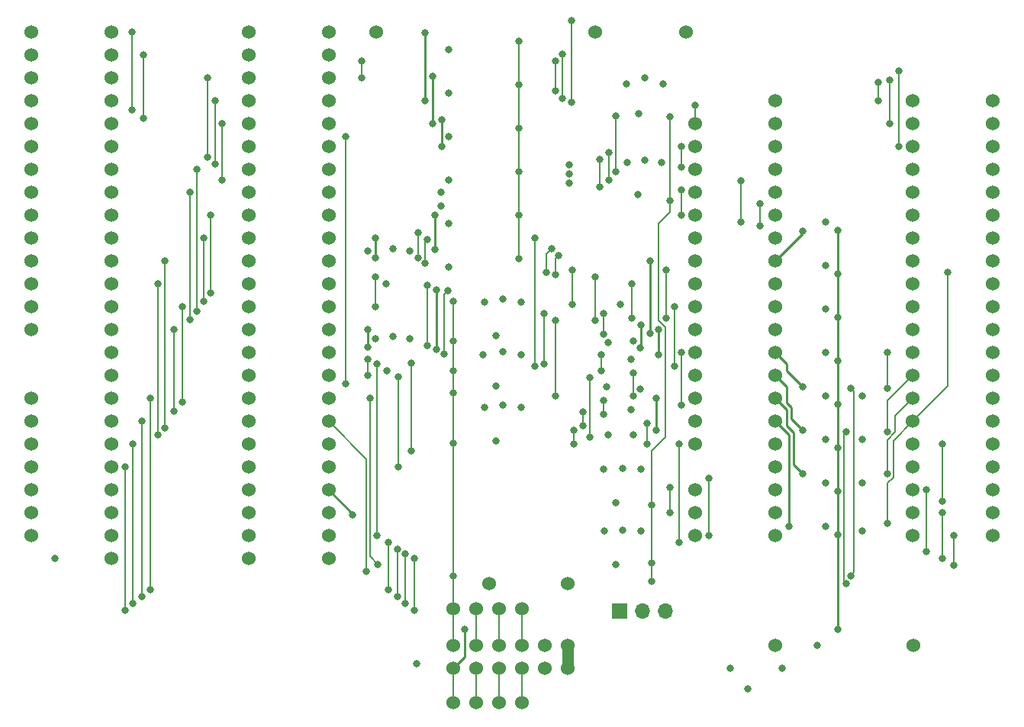
<source format=gbr>
%TF.GenerationSoftware,KiCad,Pcbnew,7.0.9*%
%TF.CreationDate,2024-08-31T17:15:55-06:00*%
%TF.ProjectId,Prototype1,50726f74-6f74-4797-9065-312e6b696361,rev?*%
%TF.SameCoordinates,Original*%
%TF.FileFunction,Copper,L4,Bot*%
%TF.FilePolarity,Positive*%
%FSLAX46Y46*%
G04 Gerber Fmt 4.6, Leading zero omitted, Abs format (unit mm)*
G04 Created by KiCad (PCBNEW 7.0.9) date 2024-08-31 17:15:55*
%MOMM*%
%LPD*%
G01*
G04 APERTURE LIST*
%TA.AperFunction,ComponentPad*%
%ADD10C,1.524000*%
%TD*%
%TA.AperFunction,ComponentPad*%
%ADD11R,1.700000X1.700000*%
%TD*%
%TA.AperFunction,ComponentPad*%
%ADD12O,1.700000X1.700000*%
%TD*%
%TA.AperFunction,ViaPad*%
%ADD13C,0.800000*%
%TD*%
%TA.AperFunction,Conductor*%
%ADD14C,0.200000*%
%TD*%
%TA.AperFunction,Conductor*%
%ADD15C,0.250000*%
%TD*%
%TA.AperFunction,Conductor*%
%ADD16C,1.270000*%
%TD*%
G04 APERTURE END LIST*
D10*
%TO.P,TP71,1,1*%
%TO.N,_A2*%
X138430000Y-73660000D03*
%TD*%
%TO.P,TP12,1,1*%
%TO.N,P3*%
X179070000Y-83820000D03*
%TD*%
%TO.P,TP93,1,1*%
%TO.N,Net-(J3-JA8)*%
X154813000Y-109728000D03*
%TD*%
%TO.P,TP65,1,1*%
%TO.N,_SOD*%
X138430000Y-88900000D03*
%TD*%
%TO.P,TP54,1,1*%
%TO.N,_~{K0}*%
X105410000Y-88900000D03*
%TD*%
%TO.P,TP51,1,1*%
%TO.N,_P0*%
X105410000Y-76200000D03*
%TD*%
%TO.P,TP68,1,1*%
%TO.N,_CS1*%
X138430000Y-81280000D03*
%TD*%
%TO.P,TP50,1,1*%
%TO.N,_P3*%
X105410000Y-73660000D03*
%TD*%
%TO.P,TP63,1,1*%
%TO.N,_BCLKI*%
X138430000Y-93980000D03*
%TD*%
%TO.P,TP84,1,1*%
%TO.N,GND*%
X143665000Y-45720000D03*
%TD*%
%TO.P,TP48,1,1*%
%TO.N,_P5*%
X105410000Y-68580000D03*
%TD*%
%TO.P,TP69,1,1*%
%TO.N,_R{slash}W*%
X138430000Y-78740000D03*
%TD*%
%TO.P,TP7,1,1*%
%TO.N,P6*%
X179070000Y-71120000D03*
%TD*%
%TO.P,TP66,1,1*%
%TO.N,_~{IRQ}*%
X138430000Y-86360000D03*
%TD*%
%TO.P,TP17,1,1*%
%TO.N,~{K4}*%
X179070000Y-99060000D03*
%TD*%
%TO.P,TP42,1,1*%
%TO.N,_D6*%
X105410000Y-53340000D03*
%TD*%
D11*
%TO.P,J1,1,Pin_1*%
%TO.N,3V3_A*%
X170688000Y-109982000D03*
D12*
%TO.P,J1,2,Pin_2*%
%TO.N,+3.3V*%
X173228000Y-109982000D03*
%TO.P,J1,3,Pin_3*%
%TO.N,3V3_B*%
X175768000Y-109982000D03*
%TD*%
D10*
%TO.P,TP31,1,1*%
%TO.N,SOD*%
X212090000Y-83820000D03*
%TD*%
%TO.P,TP82,1,1*%
%TO.N,_D2*%
X138430000Y-45720000D03*
%TD*%
%TO.P,TP43,1,1*%
%TO.N,_D7*%
X105410000Y-55880000D03*
%TD*%
%TO.P,TP74,1,1*%
%TO.N,_AUDIO5*%
X138430000Y-66040000D03*
%TD*%
%TO.P,TP5,1,1*%
%TO.N,D7*%
X179070000Y-66040000D03*
%TD*%
%TO.P,TP87,1,1*%
%TO.N,+5V*%
X178054000Y-45720000D03*
%TD*%
%TO.P,TP21,1,1*%
%TO.N,D0*%
X212090000Y-58420000D03*
%TD*%
%TO.P,TP11,1,1*%
%TO.N,P2*%
X179070000Y-81280000D03*
%TD*%
%TO.P,TP15,1,1*%
%TO.N,~{KR2}*%
X179070000Y-91440000D03*
%TD*%
%TO.P,TP16,1,1*%
%TO.N,~{K5}*%
X179070000Y-96520000D03*
%TD*%
%TO.P,TP10,1,1*%
%TO.N,P5*%
X179070000Y-78740000D03*
%TD*%
%TO.P,TP4,1,1*%
%TO.N,D6*%
X179070000Y-63500000D03*
%TD*%
%TO.P,TP58,1,1*%
%TO.N,_~{K4}*%
X105410000Y-99060000D03*
%TD*%
%TO.P,TP1,1,1*%
%TO.N,D3*%
X179070000Y-55880000D03*
%TD*%
%TO.P,TP27,1,1*%
%TO.N,R{slash}W*%
X212090000Y-73660000D03*
%TD*%
%TO.P,TP24,1,1*%
%TO.N,A1*%
X212090000Y-66040000D03*
%TD*%
%TO.P,TP70,1,1*%
%TO.N,_A3*%
X138430000Y-76200000D03*
%TD*%
%TO.P,TP86,1,1*%
%TO.N,GND*%
X203327000Y-113792000D03*
%TD*%
%TO.P,TP92,1,1*%
%TO.N,Net-(J3-JA9)*%
X157353000Y-109728000D03*
%TD*%
%TO.P,TP9,1,1*%
%TO.N,P4*%
X179070000Y-76200000D03*
%TD*%
%TO.P,TP14,1,1*%
%TO.N,P1*%
X179070000Y-88900000D03*
%TD*%
%TO.P,TP20,1,1*%
%TO.N,D1*%
X212090000Y-55880000D03*
%TD*%
%TO.P,TP40,1,1*%
%TO.N,_D4*%
X105410000Y-48260000D03*
%TD*%
%TO.P,TP33,1,1*%
%TO.N,BCLK*%
X212090000Y-88900000D03*
%TD*%
%TO.P,TP46,1,1*%
%TO.N,_P7*%
X105410000Y-63500000D03*
%TD*%
%TO.P,TP36,1,1*%
%TO.N,~{K0}*%
X212090000Y-96520000D03*
%TD*%
%TO.P,TP56,1,1*%
%TO.N,_~{K2}*%
X105410000Y-93980000D03*
%TD*%
%TO.P,TP53,1,1*%
%TO.N,_~{KR2}*%
X105410000Y-86360000D03*
%TD*%
%TO.P,TP59,1,1*%
%TO.N,_~{K5}*%
X105410000Y-101600000D03*
%TD*%
%TO.P,TP18,1,1*%
%TO.N,~{K3}*%
X179070000Y-101600000D03*
%TD*%
%TO.P,TP8,1,1*%
%TO.N,P7*%
X179070000Y-73660000D03*
%TD*%
%TO.P,TP28,1,1*%
%TO.N,CS1*%
X212090000Y-76200000D03*
%TD*%
%TO.P,TP23,1,1*%
%TO.N,A0*%
X212090000Y-63500000D03*
%TD*%
%TO.P,TP49,1,1*%
%TO.N,_P2*%
X105410000Y-71120000D03*
%TD*%
%TO.P,TP19,1,1*%
%TO.N,D2*%
X212090000Y-53340000D03*
%TD*%
%TO.P,TP83,1,1*%
%TO.N,GND*%
X138430000Y-104140000D03*
%TD*%
%TO.P,TP60,1,1*%
%TO.N,_SID*%
X138430000Y-101600000D03*
%TD*%
%TO.P,TP41,1,1*%
%TO.N,_D5*%
X105410000Y-50800000D03*
%TD*%
%TO.P,TP55,1,1*%
%TO.N,_~{K1}*%
X105410000Y-91440000D03*
%TD*%
%TO.P,TP39,1,1*%
%TO.N,_D3*%
X105410000Y-45720000D03*
%TD*%
%TO.P,TP61,1,1*%
%TO.N,_~{KR1}*%
X138430000Y-99060000D03*
%TD*%
%TO.P,TP26,1,1*%
%TO.N,A3*%
X212090000Y-71120000D03*
%TD*%
%TO.P,TP30,1,1*%
%TO.N,~{IRQ}*%
X212090000Y-81280000D03*
%TD*%
%TO.P,TP90,1,1*%
%TO.N,+3.3V*%
X164973000Y-106934000D03*
%TD*%
%TO.P,TP72,1,1*%
%TO.N,_A1*%
X138430000Y-71120000D03*
%TD*%
%TO.P,TP98,1,1*%
%TO.N,OE*%
X152273000Y-109728000D03*
%TD*%
%TO.P,TP95,1,1*%
%TO.N,Net-(J3-JA3)*%
X157353000Y-120142000D03*
%TD*%
%TO.P,TP62,1,1*%
%TO.N,_BCLKO*%
X138430000Y-96520000D03*
%TD*%
%TO.P,TP29,1,1*%
%TO.N,~{CS0}*%
X212090000Y-78740000D03*
%TD*%
%TO.P,TP3,1,1*%
%TO.N,D5*%
X179070000Y-60960000D03*
%TD*%
%TO.P,TP2,1,1*%
%TO.N,D4*%
X179070000Y-58420000D03*
%TD*%
%TO.P,TP76,1,1*%
%TO.N,_AUDIO3*%
X138430000Y-60960000D03*
%TD*%
%TO.P,TP94,1,1*%
%TO.N,Net-(J3-JA2)*%
X154813000Y-120142000D03*
%TD*%
%TO.P,TP91,1,1*%
%TO.N,Net-(J3-JA10)*%
X159893000Y-109728000D03*
%TD*%
%TO.P,TP37,1,1*%
%TO.N,~{K1}*%
X212090000Y-99060000D03*
%TD*%
%TO.P,TP47,1,1*%
%TO.N,_P4*%
X105410000Y-66040000D03*
%TD*%
%TO.P,J4,1,GND*%
%TO.N,GND*%
X187960000Y-53340000D03*
%TO.P,J4,2,D3*%
%TO.N,D3*%
X187960000Y-55880000D03*
%TO.P,J4,3,D4*%
%TO.N,D4*%
X187960000Y-58420000D03*
%TO.P,J4,4,D5*%
%TO.N,D5*%
X187960000Y-60960000D03*
%TO.P,J4,5,D6*%
%TO.N,D6*%
X187960000Y-63500000D03*
%TO.P,J4,6,D7*%
%TO.N,D7*%
X187960000Y-66040000D03*
%TO.P,J4,7,PHI2*%
%TO.N,PHI2*%
X187960000Y-68580000D03*
%TO.P,J4,8,P6*%
%TO.N,P6*%
X187960000Y-71120000D03*
%TO.P,J4,9,P7*%
%TO.N,P7*%
X187960000Y-73660000D03*
%TO.P,J4,10,P4*%
%TO.N,P4*%
X187960000Y-76200000D03*
%TO.P,J4,11,P5*%
%TO.N,P5*%
X187960000Y-78740000D03*
%TO.P,J4,12,P2*%
%TO.N,P2*%
X187960000Y-81280000D03*
%TO.P,J4,13,P3*%
%TO.N,P3*%
X187960000Y-83820000D03*
%TO.P,J4,14,P0*%
%TO.N,P0*%
X187960000Y-86360000D03*
%TO.P,J4,15,P1*%
%TO.N,P1*%
X187960000Y-88900000D03*
%TO.P,J4,16,~{KR2}*%
%TO.N,~{KR2}*%
X187960000Y-91440000D03*
%TO.P,J4,17,+5V*%
%TO.N,+5V*%
X187960000Y-93980000D03*
%TO.P,J4,18,~{K5}*%
%TO.N,~{K5}*%
X187960000Y-96520000D03*
%TO.P,J4,19,~{K4}*%
%TO.N,~{K4}*%
X187960000Y-99060000D03*
%TO.P,J4,20,~{K3}*%
%TO.N,~{K3}*%
X187960000Y-101600000D03*
%TO.P,J4,21,~{K2}*%
%TO.N,~{K2}*%
X203200000Y-101600000D03*
%TO.P,J4,22,~{K1}*%
%TO.N,~{K1}*%
X203200000Y-99060000D03*
%TO.P,J4,23,~{K0}*%
%TO.N,~{K0}*%
X203200000Y-96520000D03*
%TO.P,J4,24,SID*%
%TO.N,SID*%
X203200000Y-93980000D03*
%TO.P,J4,25,~{KR1}*%
%TO.N,~{KR1}*%
X203200000Y-91440000D03*
%TO.P,J4,26,BCLK*%
%TO.N,BCLK*%
X203200000Y-88900000D03*
%TO.P,J4,27,OCLK*%
%TO.N,OCLK*%
X203200000Y-86360000D03*
%TO.P,J4,28,SOD*%
%TO.N,SOD*%
X203200000Y-83820000D03*
%TO.P,J4,29,~{IRQ}*%
%TO.N,~{IRQ}*%
X203200000Y-81280000D03*
%TO.P,J4,30,~{CS0}*%
%TO.N,~{CS0}*%
X203200000Y-78740000D03*
%TO.P,J4,31,CS1*%
%TO.N,CS1*%
X203200000Y-76200000D03*
%TO.P,J4,32,R/W*%
%TO.N,R{slash}W*%
X203200000Y-73660000D03*
%TO.P,J4,33,A3*%
%TO.N,A3*%
X203200000Y-71120000D03*
%TO.P,J4,34,A2*%
%TO.N,A2*%
X203200000Y-68580000D03*
%TO.P,J4,35,A1*%
%TO.N,A1*%
X203200000Y-66040000D03*
%TO.P,J4,36,A0*%
%TO.N,A0*%
X203200000Y-63500000D03*
%TO.P,J4,37,AUDIO*%
%TO.N,AUDIO*%
X203200000Y-60960000D03*
%TO.P,J4,38,D0*%
%TO.N,D0*%
X203200000Y-58420000D03*
%TO.P,J4,39,D1*%
%TO.N,D1*%
X203200000Y-55880000D03*
%TO.P,J4,40,D2*%
%TO.N,D2*%
X203200000Y-53340000D03*
%TD*%
%TO.P,TP38,1,1*%
%TO.N,~{K2}*%
X212090000Y-101600000D03*
%TD*%
%TO.P,TP79,1,1*%
%TO.N,_AUDIO0*%
X138430000Y-53340000D03*
%TD*%
%TO.P,TP78,1,1*%
%TO.N,_AUDIO1*%
X138430000Y-55880000D03*
%TD*%
%TO.P,TP80,1,1*%
%TO.N,_D0*%
X138430000Y-50800000D03*
%TD*%
%TO.P,J3,1,JA1*%
%TO.N,_DUMP*%
X152273000Y-116332000D03*
%TO.P,J3,2,JA2*%
%TO.N,Net-(J3-JA2)*%
X154813000Y-116332000D03*
%TO.P,J3,3,JA3*%
%TO.N,Net-(J3-JA3)*%
X157353000Y-116332000D03*
%TO.P,J3,4,JA4*%
%TO.N,Net-(J3-JA4)*%
X159893000Y-116332000D03*
%TO.P,J3,5,G*%
%TO.N,GND*%
X162433000Y-116332000D03*
%TO.P,J3,6,V*%
%TO.N,3V3_A*%
X164973000Y-116332000D03*
%TO.P,J3,7,JA7*%
%TO.N,OE*%
X152273000Y-113792000D03*
%TO.P,J3,8,JA8*%
%TO.N,Net-(J3-JA8)*%
X154813000Y-113792000D03*
%TO.P,J3,9,JA9*%
%TO.N,Net-(J3-JA9)*%
X157353000Y-113792000D03*
%TO.P,J3,10,JA10*%
%TO.N,Net-(J3-JA10)*%
X159893000Y-113792000D03*
%TO.P,J3,11,G*%
%TO.N,GND*%
X162433000Y-113792000D03*
%TO.P,J3,12,V*%
%TO.N,3V3_A*%
X164973000Y-113792000D03*
%TD*%
%TO.P,TP75,1,1*%
%TO.N,_AUDIO4*%
X138430000Y-63500000D03*
%TD*%
%TO.P,TP57,1,1*%
%TO.N,_~{K3}*%
X105410000Y-96520000D03*
%TD*%
%TO.P,TP35,1,1*%
%TO.N,SID*%
X212090000Y-93980000D03*
%TD*%
%TO.P,TP77,1,1*%
%TO.N,_AUDIO2*%
X138430000Y-58420000D03*
%TD*%
%TO.P,TP25,1,1*%
%TO.N,A2*%
X212090000Y-68580000D03*
%TD*%
%TO.P,TP88,1,1*%
%TO.N,+5V*%
X187960000Y-113792000D03*
%TD*%
%TO.P,TP34,1,1*%
%TO.N,~{KR1}*%
X212090000Y-91440000D03*
%TD*%
%TO.P,TP73,1,1*%
%TO.N,_A0*%
X138430000Y-68580000D03*
%TD*%
%TO.P,TP85,1,1*%
%TO.N,GND*%
X156210000Y-106934000D03*
%TD*%
%TO.P,TP97,1,1*%
%TO.N,_DUMP*%
X152273000Y-120142000D03*
%TD*%
%TO.P,TP22,1,1*%
%TO.N,AUDIO*%
X212090000Y-60960000D03*
%TD*%
%TO.P,J2,1,PIO01*%
%TO.N,_D3*%
X114300000Y-45720000D03*
%TO.P,J2,2,PIO02*%
%TO.N,_D4*%
X114300000Y-48260000D03*
%TO.P,J2,3,PIO03*%
%TO.N,_D5*%
X114300000Y-50800000D03*
%TO.P,J2,4,PIO04*%
%TO.N,_D6*%
X114300000Y-53340000D03*
%TO.P,J2,5,PIO05*%
%TO.N,_D7*%
X114300000Y-55880000D03*
%TO.P,J2,6,PIO06*%
%TO.N,_PHI2*%
X114300000Y-58420000D03*
%TO.P,J2,7,PIO07*%
%TO.N,_P6*%
X114300000Y-60960000D03*
%TO.P,J2,8,PIO08*%
%TO.N,_P7*%
X114300000Y-63500000D03*
%TO.P,J2,9,PIO09*%
%TO.N,_P4*%
X114300000Y-66040000D03*
%TO.P,J2,10,PIO10*%
%TO.N,_P5*%
X114300000Y-68580000D03*
%TO.P,J2,11,PIO11*%
%TO.N,_P2*%
X114300000Y-71120000D03*
%TO.P,J2,12,PIO12*%
%TO.N,_P3*%
X114300000Y-73660000D03*
%TO.P,J2,13,PIO13*%
%TO.N,_P0*%
X114300000Y-76200000D03*
%TO.P,J2,14,PIO14*%
%TO.N,_P1*%
X114300000Y-78740000D03*
%TO.P,J2,15,AIN15*%
%TO.N,unconnected-(J2-AIN15-Pad15)*%
X114300000Y-81280000D03*
%TO.P,J2,16,AIN16*%
%TO.N,unconnected-(J2-AIN16-Pad16)*%
X114300000Y-83820000D03*
%TO.P,J2,17,PIO17*%
%TO.N,_~{KR2}*%
X114300000Y-86360000D03*
%TO.P,J2,18,PIO18*%
%TO.N,_~{K0}*%
X114300000Y-88900000D03*
%TO.P,J2,19,PIO19*%
%TO.N,_~{K1}*%
X114300000Y-91440000D03*
%TO.P,J2,20,PIO20*%
%TO.N,_~{K2}*%
X114300000Y-93980000D03*
%TO.P,J2,21,PIO21*%
%TO.N,_~{K3}*%
X114300000Y-96520000D03*
%TO.P,J2,22,PIO22*%
%TO.N,_~{K4}*%
X114300000Y-99060000D03*
%TO.P,J2,23,PIO23*%
%TO.N,_~{K5}*%
X114300000Y-101600000D03*
%TO.P,J2,24,VU*%
%TO.N,+5V*%
X114300000Y-104140000D03*
%TO.P,J2,25,GND*%
%TO.N,GND*%
X129540000Y-104140000D03*
%TO.P,J2,26,PIO26*%
%TO.N,_SID*%
X129540000Y-101600000D03*
%TO.P,J2,27,PIO27*%
%TO.N,_~{KR1}*%
X129540000Y-99060000D03*
%TO.P,J2,28,PIO28*%
%TO.N,_BCLKO*%
X129540000Y-96520000D03*
%TO.P,J2,29,PIO29*%
%TO.N,_BCLKI*%
X129540000Y-93980000D03*
%TO.P,J2,30,PIO30*%
%TO.N,_OCLK*%
X129540000Y-91440000D03*
%TO.P,J2,31,PIO31*%
%TO.N,_SOD*%
X129540000Y-88900000D03*
%TO.P,J2,32,PIO32*%
%TO.N,_~{IRQ}*%
X129540000Y-86360000D03*
%TO.P,J2,33,PIO33*%
%TO.N,_~{CS0}*%
X129540000Y-83820000D03*
%TO.P,J2,34,PIO34*%
%TO.N,_CS1*%
X129540000Y-81280000D03*
%TO.P,J2,35,PIO35*%
%TO.N,_R{slash}W*%
X129540000Y-78740000D03*
%TO.P,J2,36,PIO36*%
%TO.N,_A3*%
X129540000Y-76200000D03*
%TO.P,J2,37,PIO37*%
%TO.N,_A2*%
X129540000Y-73660000D03*
%TO.P,J2,38,PIO38*%
%TO.N,_A1*%
X129540000Y-71120000D03*
%TO.P,J2,39,PIO39*%
%TO.N,_A0*%
X129540000Y-68580000D03*
%TO.P,J2,40,PIO40*%
%TO.N,_AUDIO5*%
X129540000Y-66040000D03*
%TO.P,J2,41,PIO41*%
%TO.N,_AUDIO4*%
X129540000Y-63500000D03*
%TO.P,J2,42,PIO42*%
%TO.N,_AUDIO3*%
X129540000Y-60960000D03*
%TO.P,J2,43,PIO43*%
%TO.N,_AUDIO2*%
X129540000Y-58420000D03*
%TO.P,J2,44,PIO44*%
%TO.N,_AUDIO1*%
X129540000Y-55880000D03*
%TO.P,J2,45,PIO45*%
%TO.N,_AUDIO0*%
X129540000Y-53340000D03*
%TO.P,J2,46,PIO46*%
%TO.N,_D0*%
X129540000Y-50800000D03*
%TO.P,J2,47,PIO47*%
%TO.N,_D1*%
X129540000Y-48260000D03*
%TO.P,J2,48,PIO48*%
%TO.N,_D2*%
X129540000Y-45720000D03*
%TD*%
%TO.P,TP52,1,1*%
%TO.N,_P1*%
X105410000Y-78740000D03*
%TD*%
%TO.P,TP64,1,1*%
%TO.N,_OCLK*%
X138430000Y-91440000D03*
%TD*%
%TO.P,TP81,1,1*%
%TO.N,_D1*%
X138430000Y-48260000D03*
%TD*%
%TO.P,TP89,1,1*%
%TO.N,+3.3V*%
X168021000Y-45720000D03*
%TD*%
%TO.P,TP96,1,1*%
%TO.N,Net-(J3-JA4)*%
X159893000Y-120142000D03*
%TD*%
%TO.P,TP13,1,1*%
%TO.N,P0*%
X179070000Y-86360000D03*
%TD*%
%TO.P,TP67,1,1*%
%TO.N,_~{CS0}*%
X138430000Y-83820000D03*
%TD*%
%TO.P,TP6,1,1*%
%TO.N,PHI2*%
X179070000Y-68580000D03*
%TD*%
%TO.P,TP44,1,1*%
%TO.N,_PHI2*%
X105410000Y-58420000D03*
%TD*%
%TO.P,TP45,1,1*%
%TO.N,_P6*%
X105410000Y-60960000D03*
%TD*%
%TO.P,TP32,1,1*%
%TO.N,OCLK*%
X212090000Y-86360000D03*
%TD*%
D13*
%TO.N,+3.3V*%
X155702000Y-75692000D03*
X165100000Y-61468000D03*
X171577000Y-60198000D03*
X155575000Y-81534000D03*
X165100000Y-60452000D03*
X155702000Y-87376000D03*
X171450000Y-51435000D03*
X165100000Y-62484000D03*
X168910000Y-94234000D03*
X143637000Y-79756000D03*
X142748000Y-69977000D03*
X169037000Y-101092000D03*
%TO.N,GND*%
X172847000Y-54737000D03*
X171958000Y-87630000D03*
X173482000Y-50800000D03*
X197612000Y-86106000D03*
X151765000Y-47625000D03*
X156972000Y-79375000D03*
X172720000Y-63754000D03*
X197623000Y-90943000D03*
X108077000Y-104140000D03*
X188722000Y-116332000D03*
X171069000Y-94107000D03*
X193548000Y-81280000D03*
X193548000Y-90932000D03*
X197612000Y-101092000D03*
X193548000Y-100584000D03*
X157734000Y-75311000D03*
X192659000Y-113792000D03*
X170815000Y-75946000D03*
X148209000Y-115824000D03*
X170307000Y-104775000D03*
X151765000Y-66929000D03*
X157734000Y-87122000D03*
X170307000Y-97917000D03*
X171069000Y-100965000D03*
X151765000Y-57277000D03*
X151765000Y-71755000D03*
X144780000Y-73660000D03*
X145542000Y-79502000D03*
X172974000Y-85344000D03*
X171958000Y-82042000D03*
X151765000Y-62103000D03*
X145542000Y-69723000D03*
X173482000Y-59944000D03*
X193548000Y-86106000D03*
X144907000Y-83312000D03*
X197612000Y-95758000D03*
X156972000Y-91059000D03*
X157734000Y-81153000D03*
X172212000Y-90424000D03*
X193548000Y-71628000D03*
X151765000Y-52451000D03*
X172212000Y-80010000D03*
X184912000Y-118618000D03*
X193548000Y-66802000D03*
X193548000Y-76454000D03*
X156972000Y-84963000D03*
X193548000Y-95758000D03*
%TO.N,+5V*%
X173101000Y-94234000D03*
X175514000Y-51435000D03*
X169418000Y-90424000D03*
X169291000Y-85090000D03*
X173101000Y-101092000D03*
X159766000Y-75692000D03*
X159766000Y-81534000D03*
X159766000Y-87376000D03*
X169418000Y-80137000D03*
X147447000Y-69977000D03*
X175387000Y-60198000D03*
X147447000Y-79756000D03*
%TO.N,D3*%
X179070000Y-53848000D03*
%TO.N,D4*%
X177546000Y-60706000D03*
X177546000Y-58420000D03*
%TO.N,D7*%
X177546000Y-63246000D03*
X177546000Y-66040000D03*
%TO.N,PHI2*%
X161290000Y-82804000D03*
X161290000Y-68580000D03*
%TO.N,P6*%
X174117000Y-79121000D03*
X174117000Y-71120000D03*
X191008000Y-67818000D03*
%TO.N,P7*%
X172085000Y-73660000D03*
X172085000Y-77470000D03*
%TO.N,P4*%
X176784000Y-76200000D03*
X176784000Y-82804000D03*
%TO.N,P5*%
X175006000Y-78740000D03*
X168656000Y-81534000D03*
X175006000Y-81534000D03*
X168656000Y-83312000D03*
%TO.N,P2*%
X168910000Y-86614000D03*
X177546000Y-87122000D03*
X191008000Y-85090000D03*
X177546000Y-81280000D03*
X168910000Y-88138000D03*
%TO.N,P3*%
X191008000Y-89916000D03*
%TO.N,P0*%
X191008000Y-94742000D03*
X174752000Y-89916000D03*
X174752000Y-86360000D03*
%TO.N,P1*%
X189484000Y-100584000D03*
%TO.N,~{KR2}*%
X177292000Y-102362000D03*
X177292000Y-91440000D03*
%TO.N,~{K4}*%
X176276000Y-99060000D03*
X176276000Y-96266000D03*
%TO.N,~{K3}*%
X180594000Y-95250000D03*
X180594000Y-101600000D03*
%TO.N,~{K2}*%
X207772000Y-101600000D03*
X207772000Y-104902000D03*
%TO.N,~{K1}*%
X206502000Y-104140000D03*
X206502000Y-99060000D03*
%TO.N,~{K0}*%
X204724000Y-103378000D03*
X204724000Y-96520000D03*
%TO.N,SID*%
X147574000Y-92202000D03*
X147574000Y-82423000D03*
%TO.N,~{KR1}*%
X206502000Y-91440000D03*
X206502000Y-97790000D03*
%TO.N,BCLK*%
X200406000Y-100203000D03*
X168021000Y-72898000D03*
X207137000Y-72390000D03*
X168021000Y-77724000D03*
%TO.N,OCLK*%
X200406000Y-94742000D03*
%TO.N,SOD*%
X200406000Y-90043000D03*
%TO.N,~{IRQ}*%
X200406000Y-81280000D03*
X200406000Y-85217000D03*
%TO.N,~{CS0}*%
X151638000Y-74422000D03*
X151257000Y-81407000D03*
X175895000Y-72136000D03*
X175895000Y-77470000D03*
X165481000Y-75946000D03*
X165481000Y-72136000D03*
%TO.N,CS1*%
X150368000Y-74295000D03*
X150368000Y-80899000D03*
%TO.N,R{slash}W*%
X149352000Y-80518000D03*
X149352000Y-73787000D03*
%TO.N,A3*%
X163576000Y-72644000D03*
X163957000Y-70485000D03*
%TO.N,A2*%
X162560000Y-72390000D03*
X163195000Y-69723000D03*
%TO.N,A1*%
X149098000Y-71374000D03*
X186309000Y-67183000D03*
X186309000Y-64770000D03*
X149352000Y-68707000D03*
%TO.N,A0*%
X184150000Y-66802000D03*
X184150000Y-62230000D03*
X148336000Y-70739000D03*
X148336000Y-67945000D03*
%TO.N,AUDIO*%
X159512000Y-46736000D03*
X159512000Y-51562000D03*
X159512000Y-66040000D03*
X159512000Y-61214000D03*
X159512000Y-70866000D03*
X159512000Y-56388000D03*
%TO.N,D0*%
X201676000Y-50038000D03*
X201676000Y-58420000D03*
%TO.N,D1*%
X200660000Y-55880000D03*
X200660000Y-51054000D03*
%TO.N,D2*%
X199390000Y-53340000D03*
X199390000Y-51308000D03*
%TO.N,_D3*%
X116586000Y-54356000D03*
X116586000Y-45720000D03*
%TO.N,_D4*%
X117856000Y-48260000D03*
X170307000Y-54991000D03*
X117856000Y-55245000D03*
X170307000Y-61214000D03*
%TO.N,_D5*%
X169545000Y-62103000D03*
X124968000Y-59563000D03*
X124968000Y-50800000D03*
X169545000Y-59055000D03*
%TO.N,_D6*%
X168529000Y-62865000D03*
X125857000Y-53340000D03*
X125857000Y-60325000D03*
X168529000Y-59817000D03*
%TO.N,_D7*%
X126619000Y-62103000D03*
X126619000Y-55880000D03*
%TO.N,_PHI2*%
X140335000Y-84709000D03*
X140335000Y-57277000D03*
%TO.N,_P6*%
X123825000Y-76708000D03*
X123825000Y-60960000D03*
%TO.N,_P7*%
X123063000Y-77597000D03*
X123063000Y-63500000D03*
%TO.N,_P4*%
X125349000Y-66040000D03*
X125349000Y-74676000D03*
%TO.N,_P5*%
X124587000Y-68580000D03*
X124587000Y-75565000D03*
%TO.N,_P2*%
X120269000Y-89662000D03*
X120269000Y-71120000D03*
%TO.N,_P3*%
X119507000Y-73660000D03*
X119507000Y-90424000D03*
%TO.N,_P0*%
X122174000Y-86741000D03*
X122174000Y-76200000D03*
%TO.N,_P1*%
X121285000Y-87757000D03*
X121285000Y-78740000D03*
%TO.N,_~{KR2}*%
X118618000Y-86360000D03*
X145034000Y-107569000D03*
X145034000Y-102362000D03*
X118618000Y-107569000D03*
%TO.N,_~{K0}*%
X146050000Y-108331000D03*
X117729000Y-88900000D03*
X117729000Y-108331000D03*
X146050000Y-103124000D03*
%TO.N,_~{K1}*%
X146939000Y-103632000D03*
X146939000Y-109093000D03*
X116713000Y-109093000D03*
X116713000Y-91440000D03*
%TO.N,_~{K2}*%
X115824000Y-93980000D03*
X147955000Y-104140000D03*
X147955000Y-109855000D03*
X115824000Y-109855000D03*
%TO.N,_SID*%
X143764000Y-101600000D03*
X143764000Y-82550000D03*
%TO.N,_BCLKO*%
X141097000Y-99314000D03*
%TO.N,_BCLKI*%
X146177000Y-93980000D03*
X146177000Y-83947000D03*
%TO.N,_SOD*%
X195834000Y-106934000D03*
X195834000Y-90043000D03*
X142621000Y-105537000D03*
%TO.N,_~{IRQ}*%
X143891000Y-104775000D03*
X143002000Y-86360000D03*
X196342000Y-106045000D03*
X196342000Y-85217000D03*
%TO.N,_~{CS0}*%
X142748000Y-82042000D03*
X142748000Y-83820000D03*
%TO.N,_R{slash}W*%
X142748000Y-80645000D03*
X142748000Y-78740000D03*
%TO.N,_A3*%
X143637000Y-72898000D03*
X143637000Y-76200000D03*
%TO.N,_A0*%
X143637000Y-68580000D03*
X143637000Y-70739000D03*
%TO.N,_AUDIO5*%
X150241000Y-66040000D03*
X150241000Y-69850000D03*
%TO.N,_AUDIO4*%
X150876000Y-65024000D03*
X150876000Y-63500000D03*
%TO.N,_AUDIO2*%
X151003000Y-55438000D03*
X151003000Y-58420000D03*
%TO.N,_AUDIO1*%
X149987000Y-50612000D03*
X149987000Y-55880000D03*
%TO.N,_AUDIO0*%
X149098000Y-45786000D03*
X149098000Y-53340000D03*
%TO.N,_D0*%
X142113000Y-48895000D03*
X163576000Y-52197000D03*
X163576000Y-48895000D03*
X142113000Y-50800000D03*
%TO.N,_D1*%
X164338000Y-53086000D03*
X164338000Y-48133000D03*
%TO.N,_D2*%
X165354000Y-53467000D03*
X165354000Y-44450000D03*
%TO.N,_DUMP*%
X194945000Y-112014000D03*
X194945000Y-101473000D03*
X194945000Y-82169000D03*
X194945000Y-96647000D03*
X194945000Y-72517000D03*
X194945000Y-91821000D03*
X194945000Y-77343000D03*
X194945000Y-67691000D03*
X153543000Y-112014000D03*
X194945000Y-86995000D03*
%TO.N,OE*%
X152273000Y-91313000D03*
X152273000Y-106045000D03*
X174244000Y-104648000D03*
X174244000Y-98171000D03*
X152273000Y-80010000D03*
X174244000Y-106680000D03*
X176276000Y-55118000D03*
X176276000Y-64389000D03*
X152273000Y-85725000D03*
X152273000Y-75565000D03*
X152273000Y-83312000D03*
%TO.N,Net-(U8-B3)*%
X167386000Y-84074000D03*
X167386000Y-90678000D03*
%TO.N,Net-(U7-3Y)*%
X173736000Y-91440000D03*
X165608000Y-91440000D03*
X165608000Y-89916000D03*
X173736000Y-89154000D03*
%TO.N,Net-(U7-2Y)*%
X166624000Y-89408000D03*
X166624000Y-87884000D03*
%TO.N,Net-(U10-B3)*%
X168910000Y-76962000D03*
X168910000Y-79248000D03*
%TO.N,Net-(U10-B1)*%
X163576000Y-77724000D03*
X163576000Y-86106000D03*
X172212000Y-86106000D03*
X172212000Y-83566000D03*
%TO.N,Net-(U10-B0)*%
X162306000Y-76962000D03*
X162306000Y-82550000D03*
%TO.N,Net-(U11-3Y)*%
X172974000Y-80772000D03*
X173101000Y-78232000D03*
%TO.N,3V3_B*%
X183007000Y-116332000D03*
%TD*%
D14*
%TO.N,D3*%
X179070000Y-53848000D02*
X179070000Y-55880000D01*
%TO.N,D4*%
X177546000Y-60706000D02*
X177546000Y-58420000D01*
%TO.N,D7*%
X177546000Y-63246000D02*
X177546000Y-66040000D01*
%TO.N,PHI2*%
X161290000Y-82804000D02*
X161290000Y-68580000D01*
D15*
%TO.N,P6*%
X191008000Y-68072000D02*
X187960000Y-71120000D01*
X174117000Y-79121000D02*
X174117000Y-71120000D01*
D14*
%TO.N,P7*%
X172085000Y-77470000D02*
X172085000Y-73660000D01*
%TO.N,P4*%
X176784000Y-82804000D02*
X176784000Y-76200000D01*
D15*
%TO.N,P5*%
X175006000Y-78740000D02*
X175006000Y-81534000D01*
D14*
X168656000Y-83312000D02*
X168656000Y-81534000D01*
D15*
%TO.N,P2*%
X189230000Y-83312000D02*
X189230000Y-82550000D01*
X189230000Y-82550000D02*
X187960000Y-81280000D01*
D14*
X177546000Y-87122000D02*
X177546000Y-81280000D01*
D15*
X191008000Y-85090000D02*
X189230000Y-83312000D01*
D14*
X168910000Y-88138000D02*
X168910000Y-86614000D01*
D15*
%TO.N,P3*%
X189738000Y-88646000D02*
X189738000Y-87376000D01*
X189738000Y-87376000D02*
X189230000Y-86868000D01*
X189230000Y-86868000D02*
X189230000Y-85090000D01*
X189230000Y-85090000D02*
X187960000Y-83820000D01*
X191008000Y-89916000D02*
X189738000Y-88646000D01*
%TO.N,P0*%
X189230000Y-89408000D02*
X189230000Y-87630000D01*
X191008000Y-94742000D02*
X189992000Y-93726000D01*
X189992000Y-93726000D02*
X189992000Y-90170000D01*
X189230000Y-87630000D02*
X187960000Y-86360000D01*
X174752000Y-86360000D02*
X174752000Y-89916000D01*
X189992000Y-90170000D02*
X189230000Y-89408000D01*
%TO.N,P1*%
X189484000Y-100584000D02*
X189484000Y-90424000D01*
X189484000Y-90424000D02*
X187960000Y-88900000D01*
D14*
%TO.N,~{KR2}*%
X177292000Y-102362000D02*
X177292000Y-91440000D01*
%TO.N,~{K4}*%
X176276000Y-96266000D02*
X176276000Y-99060000D01*
%TO.N,~{K3}*%
X180594000Y-95250000D02*
X180594000Y-101600000D01*
%TO.N,~{K2}*%
X207772000Y-104902000D02*
X207772000Y-101600000D01*
%TO.N,~{K1}*%
X206502000Y-104140000D02*
X206502000Y-99060000D01*
%TO.N,~{K0}*%
X204724000Y-103378000D02*
X204724000Y-96520000D01*
%TO.N,SID*%
X147574000Y-82423000D02*
X147574000Y-92202000D01*
%TO.N,~{KR1}*%
X206502000Y-97790000D02*
X206502000Y-91440000D01*
%TO.N,BCLK*%
X207137000Y-72390000D02*
X207137000Y-84963000D01*
X168021000Y-77724000D02*
X168021000Y-72898000D01*
X200406000Y-95758000D02*
X201058400Y-95105600D01*
X201058400Y-91041600D02*
X203200000Y-88900000D01*
X201058400Y-95105600D02*
X201058400Y-91041600D01*
X207137000Y-84963000D02*
X203200000Y-88900000D01*
X200406000Y-100203000D02*
X200406000Y-95758000D01*
%TO.N,OCLK*%
X200406000Y-90965633D02*
X201295000Y-90076633D01*
X201295000Y-90076633D02*
X201295000Y-88265000D01*
X201295000Y-88265000D02*
X203200000Y-86360000D01*
X200406000Y-94742000D02*
X200406000Y-90965633D01*
%TO.N,SOD*%
X200406000Y-90043000D02*
X200406000Y-86614000D01*
X200406000Y-86614000D02*
X203200000Y-83820000D01*
%TO.N,~{IRQ}*%
X200406000Y-85217000D02*
X200406000Y-81280000D01*
%TO.N,~{CS0}*%
X175895000Y-77470000D02*
X175895000Y-77343000D01*
X151257000Y-74803000D02*
X151638000Y-74422000D01*
X151257000Y-81407000D02*
X151257000Y-74803000D01*
X165481000Y-75946000D02*
X165481000Y-72136000D01*
X175895000Y-77343000D02*
X175895000Y-72136000D01*
D15*
%TO.N,CS1*%
X150368000Y-74295000D02*
X150368000Y-80899000D01*
D14*
%TO.N,R{slash}W*%
X149352000Y-80518000D02*
X149352000Y-73787000D01*
%TO.N,A3*%
X163576000Y-70866000D02*
X163957000Y-70485000D01*
X163576000Y-72644000D02*
X163576000Y-70866000D01*
X163957000Y-70485000D02*
X164084000Y-70358000D01*
%TO.N,A2*%
X162560000Y-70358000D02*
X162560000Y-72390000D01*
X163195000Y-69723000D02*
X162560000Y-70358000D01*
%TO.N,A1*%
X149098000Y-68834000D02*
X149352000Y-68707000D01*
X186309000Y-67183000D02*
X186309000Y-64770000D01*
X149098000Y-71374000D02*
X149098000Y-68834000D01*
X149352000Y-68707000D02*
X149225000Y-68707000D01*
%TO.N,A0*%
X148336000Y-70739000D02*
X148336000Y-67945000D01*
X184150000Y-62230000D02*
X184150000Y-62103000D01*
X184150000Y-66802000D02*
X184150000Y-62230000D01*
%TO.N,AUDIO*%
X159512000Y-46736000D02*
X159512000Y-51562000D01*
X159512000Y-66040000D02*
X159512000Y-70866000D01*
X159512000Y-51562000D02*
X159512000Y-56388000D01*
X159512000Y-61214000D02*
X159512000Y-66040000D01*
X159512000Y-56388000D02*
X159512000Y-61214000D01*
%TO.N,D0*%
X201676000Y-50038000D02*
X201676000Y-58420000D01*
%TO.N,D1*%
X200660000Y-51054000D02*
X200660000Y-55880000D01*
%TO.N,D2*%
X199390000Y-51308000D02*
X199390000Y-53340000D01*
%TO.N,_D3*%
X116586000Y-54356000D02*
X116586000Y-45720000D01*
%TO.N,_D4*%
X170307000Y-61214000D02*
X170307000Y-54991000D01*
X117856000Y-55245000D02*
X117856000Y-48260000D01*
%TO.N,_D5*%
X124968000Y-59563000D02*
X124968000Y-50800000D01*
X169545000Y-62103000D02*
X169545000Y-59055000D01*
%TO.N,_D6*%
X168529000Y-62865000D02*
X168529000Y-59817000D01*
X125857000Y-60325000D02*
X125857000Y-53340000D01*
%TO.N,_D7*%
X126619000Y-62103000D02*
X126619000Y-55880000D01*
%TO.N,_PHI2*%
X140335000Y-57277000D02*
X140335000Y-84709000D01*
%TO.N,_P6*%
X123825000Y-70358000D02*
X123825000Y-76708000D01*
X123825000Y-60960000D02*
X123825000Y-70358000D01*
%TO.N,_P7*%
X123063000Y-77597000D02*
X123063000Y-63500000D01*
%TO.N,_P4*%
X125349000Y-74676000D02*
X125349000Y-66040000D01*
%TO.N,_P5*%
X124587000Y-75565000D02*
X124587000Y-68580000D01*
%TO.N,_P2*%
X120269000Y-80518000D02*
X120269000Y-71120000D01*
X120269000Y-89662000D02*
X120269000Y-80518000D01*
%TO.N,_P3*%
X119507000Y-90424000D02*
X119507000Y-73660000D01*
%TO.N,_P0*%
X122174000Y-86741000D02*
X122174000Y-76200000D01*
%TO.N,_P1*%
X121285000Y-87757000D02*
X121285000Y-78740000D01*
%TO.N,_~{KR2}*%
X118618000Y-107569000D02*
X118618000Y-86360000D01*
X145034000Y-102362000D02*
X145034000Y-107569000D01*
%TO.N,_~{K0}*%
X117729000Y-108331000D02*
X117729000Y-88900000D01*
X146050000Y-103124000D02*
X146050000Y-108331000D01*
%TO.N,_~{K1}*%
X116713000Y-109093000D02*
X116713000Y-91440000D01*
X146939000Y-103632000D02*
X146939000Y-109093000D01*
%TO.N,_~{K2}*%
X147955000Y-104140000D02*
X147955000Y-109855000D01*
X115824000Y-109855000D02*
X115824000Y-93980000D01*
%TO.N,_SID*%
X143764000Y-82550000D02*
X143764000Y-101600000D01*
D15*
%TO.N,_BCLKO*%
X141097000Y-99187000D02*
X141097000Y-99314000D01*
X138430000Y-96520000D02*
X141097000Y-99187000D01*
D14*
%TO.N,_BCLKI*%
X146177000Y-83947000D02*
X146177000Y-93980000D01*
%TO.N,_SOD*%
X195597400Y-101346000D02*
X195597400Y-90152600D01*
X195580000Y-106680000D02*
X195580000Y-106553000D01*
X195597400Y-90152600D02*
X195834000Y-90043000D01*
X142621000Y-105537000D02*
X142621000Y-93091000D01*
X195580000Y-106553000D02*
X195597400Y-106535600D01*
X142621000Y-93091000D02*
X138430000Y-88900000D01*
X195834000Y-90043000D02*
X195707000Y-90043000D01*
X195597400Y-106535600D02*
X195597400Y-101346000D01*
X195834000Y-106934000D02*
X195580000Y-106680000D01*
%TO.N,_~{IRQ}*%
X196723000Y-85598000D02*
X196342000Y-85217000D01*
X143891000Y-104775000D02*
X143002000Y-103886000D01*
X196723000Y-105664000D02*
X196723000Y-85598000D01*
X143002000Y-103886000D02*
X143002000Y-86360000D01*
X196342000Y-106045000D02*
X196723000Y-105664000D01*
%TO.N,_~{CS0}*%
X142748000Y-82042000D02*
X142748000Y-83820000D01*
D15*
%TO.N,_R{slash}W*%
X142748000Y-78740000D02*
X142748000Y-80645000D01*
D14*
%TO.N,_A3*%
X143637000Y-72898000D02*
X143637000Y-76200000D01*
D15*
%TO.N,_A0*%
X143637000Y-68580000D02*
X143637000Y-70739000D01*
%TO.N,_AUDIO5*%
X150241000Y-66040000D02*
X150241000Y-69850000D01*
%TO.N,_AUDIO2*%
X151003000Y-58420000D02*
X151003000Y-55438000D01*
%TO.N,_AUDIO1*%
X149987000Y-55880000D02*
X149987000Y-50612000D01*
%TO.N,_AUDIO0*%
X149098000Y-53340000D02*
X149098000Y-45786000D01*
D14*
%TO.N,_D0*%
X142113000Y-48895000D02*
X142113000Y-50800000D01*
X163576000Y-52197000D02*
X163576000Y-48895000D01*
%TO.N,_D1*%
X164338000Y-53086000D02*
X164338000Y-48133000D01*
%TO.N,_D2*%
X165354000Y-53467000D02*
X165354000Y-44450000D01*
D15*
%TO.N,_DUMP*%
X194945000Y-72517000D02*
X194945000Y-75819000D01*
X153543000Y-115062000D02*
X152273000Y-116332000D01*
X194945000Y-86995000D02*
X194945000Y-91821000D01*
X194945000Y-96647000D02*
X194945000Y-101473000D01*
D14*
X152273000Y-116332000D02*
X152273000Y-120142000D01*
D15*
X194945000Y-91821000D02*
X194945000Y-96520000D01*
X194945000Y-101473000D02*
X194945000Y-112014000D01*
X194945000Y-67691000D02*
X194945000Y-72517000D01*
X194945000Y-82169000D02*
X194945000Y-86995000D01*
X194945000Y-77343000D02*
X194945000Y-82169000D01*
X194945000Y-75819000D02*
X194945000Y-77343000D01*
X153543000Y-112014000D02*
X153543000Y-115062000D01*
D14*
%TO.N,OE*%
X152273000Y-109728000D02*
X152273000Y-106045000D01*
X152273000Y-91313000D02*
X152273000Y-85725000D01*
X175006000Y-66929000D02*
X176276000Y-65659000D01*
X152273000Y-83312000D02*
X152273000Y-80010000D01*
X176276000Y-64389000D02*
X176276000Y-55118000D01*
X174244000Y-98171000D02*
X174244000Y-97409000D01*
X174244000Y-97409000D02*
X174244000Y-92202000D01*
X174244000Y-106680000D02*
X174244000Y-104648000D01*
X174244000Y-92202000D02*
X175768000Y-90678000D01*
X175768000Y-78486000D02*
X175006000Y-77724000D01*
X175768000Y-90678000D02*
X175768000Y-78486000D01*
X152273000Y-109728000D02*
X152273000Y-113792000D01*
X152273000Y-106045000D02*
X152273000Y-91313000D01*
X152273000Y-80010000D02*
X152273000Y-75565000D01*
X175006000Y-70993000D02*
X175006000Y-66929000D01*
X176276000Y-65659000D02*
X176276000Y-64389000D01*
X152273000Y-85725000D02*
X152273000Y-83312000D01*
X175006000Y-77724000D02*
X175006000Y-70993000D01*
X174244000Y-104648000D02*
X174244000Y-98171000D01*
%TO.N,Net-(U8-B3)*%
X167386000Y-90678000D02*
X167386000Y-84074000D01*
%TO.N,Net-(U7-3Y)*%
X165608000Y-89916000D02*
X165608000Y-91440000D01*
X173736000Y-89154000D02*
X173736000Y-91440000D01*
%TO.N,Net-(U7-2Y)*%
X166624000Y-89408000D02*
X166624000Y-87884000D01*
%TO.N,Net-(U10-B3)*%
X168910000Y-79248000D02*
X168910000Y-76962000D01*
%TO.N,Net-(U10-B1)*%
X172212000Y-83566000D02*
X172212000Y-86106000D01*
X163576000Y-86106000D02*
X163576000Y-77724000D01*
%TO.N,Net-(U10-B0)*%
X162306000Y-76962000D02*
X162306000Y-82550000D01*
D15*
%TO.N,Net-(U11-3Y)*%
X173101000Y-78232000D02*
X173101000Y-80645000D01*
D16*
%TO.N,3V3_A*%
X164973000Y-116332000D02*
X164973000Y-113792000D01*
D14*
%TO.N,Net-(J3-JA2)*%
X154813000Y-116332000D02*
X154813000Y-120142000D01*
%TO.N,Net-(J3-JA3)*%
X157353000Y-116332000D02*
X157353000Y-120142000D01*
%TO.N,Net-(J3-JA4)*%
X159893000Y-116332000D02*
X159893000Y-120142000D01*
%TO.N,Net-(J3-JA8)*%
X154813000Y-113792000D02*
X154813000Y-109728000D01*
%TO.N,Net-(J3-JA9)*%
X157353000Y-113792000D02*
X157353000Y-109728000D01*
%TO.N,Net-(J3-JA10)*%
X159893000Y-113792000D02*
X159893000Y-109728000D01*
%TD*%
M02*

</source>
